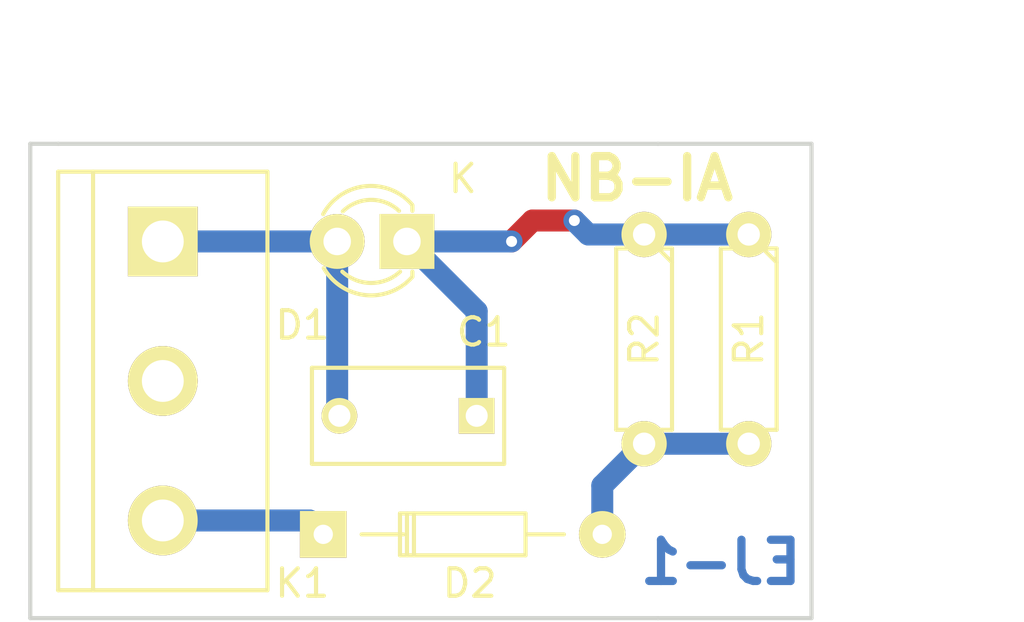
<source format=kicad_pcb>
(kicad_pcb (version 20221018) (generator pcbnew)
  (title_block (title "Circuito Inicial") (date "2016-04-23") (rev ".01") (company "UNLaM") (comment 1 "Aranovich") (comment 2 "Beninato"))
  (layers (0 "F.Cu" signal) (31 "B.Cu" signal) (34 "B.Paste" user) (35 "F.Paste" user) (36 "B.SilkS" user "B.Silkscreen") (37 "F.SilkS" user "F.Silkscreen") (38 "B.Mask" user) (39 "F.Mask" user) (44 "Edge.Cuts" user))
  (net 0 "")
  (net 1 "Net-(C1-Pad1)")
  (net 2 "Net-(C1-Pad2)")
  (net 3 "Net-(D2-Pad2)")
  (net 4 "Net-(D2-Pad1)")
  (net 5 "Net-(K1-Pad2)")
  (footprint "footprints_ej1:C_Rect_L7_W3.5_P5" (layer "F.Cu") (at 148.59 102.362 180)
    (fp_text reference "C1" (at -0.254 3.048 180) (layer "F.SilkS"))
    (fp_text value "100 nF")
    (fp_line (start -1 -1.75) (end 6 -1.75) (stroke (width 0.15)) (layer "F.SilkS"))
    (fp_line (start -1 1.75) (end -1 -1.75) (stroke (width 0.15)) (layer "F.SilkS"))
    (fp_line (start 6 -1.75) (end 6 1.75) (stroke (width 0.15)) (layer "F.SilkS"))
    (fp_line (start 6 1.75) (end -1 1.75) (stroke (width 0.15)) (layer "F.SilkS"))
    (pad "1" thru_hole rect (at 0 0 180) (size 1.3 1.3) (drill 0.8) (layers "*.Cu" "*.Mask" "F.SilkS") (net 1 "Net-(C1-Pad1)"))
    (pad "2" thru_hole circle (at 5 0 180) (size 1.3 1.3) (drill 0.8) (layers "*.Cu" "*.Mask" "F.SilkS") (net 2 "Net-(C1-Pad2)"))
  )
  (footprint "footprints_ej1:LED-3MM" (layer "F.Cu") (at 146.05 96.012 180)
    (fp_text reference "D1" (at 3.81 -3.048 180) (layer "F.SilkS"))
    (fp_text value "LED ROJO")
    (fp_text user "K" (at -2.032 2.286) (layer "F.SilkS"))
    (fp_line (start -0.199 -1.28) (end -0.199 -1.1) (stroke (width 0.15)) (layer "F.SilkS"))
    (fp_line (start -0.199 1.314) (end -0.199 1.114) (stroke (width 0.15)) (layer "F.SilkS"))
    (fp_arc (start -0.199 -1.286) (mid 1.495903 -1.954571) (end 3.028744 -0.969643) (stroke (width 0.15)) (layer "F.SilkS"))
    (fp_arc (start 0.25 -1.1) (mid 1.301686 -1.512142) (end 2.353005 -1.099067) (stroke (width 0.15)) (layer "F.SilkS"))
    (fp_arc (start 2.335 1.094) (mid 1.31492 1.51473) (end 0.287111 1.113252) (stroke (width 0.15)) (layer "F.SilkS"))
    (fp_arc (start 3.051 0.994) (mid 1.522637 2.009958) (end -0.18622 1.340726) (stroke (width 0.15)) (layer "F.SilkS"))
    (pad "1" thru_hole rect (at 0 0 270) (size 2 2) (drill 1.00076) (layers "*.Cu" "*.Mask" "F.SilkS") (net 1 "Net-(C1-Pad1)"))
    (pad "2" thru_hole circle (at 2.54 0 180) (size 2 2) (drill 1.00076) (layers "*.Cu" "*.Mask" "F.SilkS") (net 2 "Net-(C1-Pad2)"))
  )
  (footprint "footprints_ej1:Diode_DO-35_SOD27_Horizontal_RM10" (layer "F.Cu") (at 143.002 106.68)
    (fp_text reference "D2" (at 5.334 1.778) (layer "F.SilkS"))
    (fp_text value "1N4148")
    (fp_line (start 2.79452 -0.76454) (end 2.79452 -0.00254) (stroke (width 0.15)) (layer "F.SilkS"))
    (fp_line (start 2.79452 -0.00254) (end 2.79452 0.75946) (stroke (width 0.15)) (layer "F.SilkS"))
    (fp_line (start 2.79452 0.75946) (end 7.36652 0.75946) (stroke (width 0.15)) (layer "F.SilkS"))
    (fp_line (start 2.92152 -0.00254) (end 1.39752 -0.00254) (stroke (width 0.15)) (layer "F.SilkS"))
    (fp_line (start 3.04852 -0.76454) (end 3.04852 0.75946) (stroke (width 0.15)) (layer "F.SilkS"))
    (fp_line (start 3.30252 -0.76454) (end 3.30252 0.75946) (stroke (width 0.15)) (layer "F.SilkS"))
    (fp_line (start 7.36652 -0.76454) (end 2.79452 -0.76454) (stroke (width 0.15)) (layer "F.SilkS"))
    (fp_line (start 7.36652 -0.00254) (end 8.76352 -0.00254) (stroke (width 0.15)) (layer "F.SilkS"))
    (fp_line (start 7.36652 0.75946) (end 7.36652 -0.76454) (stroke (width 0.15)) (layer "F.SilkS"))
    (pad "1" thru_hole rect (at 0.00052 -0.00254 180) (size 1.69926 1.69926) (drill 0.70104) (layers "*.Cu" "*.Mask" "F.SilkS") (net 4 "Net-(D2-Pad1)"))
    (pad "2" thru_hole circle (at 10.16052 -0.00254 180) (size 1.69926 1.69926) (drill 0.70104) (layers "*.Cu" "*.Mask" "F.SilkS") (net 3 "Net-(D2-Pad2)"))
  )
  (footprint "footprints_ej1:bornier3" (layer "F.Cu") (at 137.16 101.092 -90)
    (fp_text reference "K1" (at 7.366 -5.08) (layer "F.SilkS"))
    (fp_text value "CONN_01X03")
    (fp_line (start -7.62 -3.81) (end 7.62 -3.81) (stroke (width 0.15)) (layer "F.SilkS"))
    (fp_line (start -7.62 2.54) (end 7.62 2.54) (stroke (width 0.15)) (layer "F.SilkS"))
    (fp_line (start -7.62 3.81) (end -7.62 -3.81) (stroke (width 0.15)) (layer "F.SilkS"))
    (fp_line (start -7.62 3.81) (end 7.62 3.81) (stroke (width 0.15)) (layer "F.SilkS"))
    (fp_line (start 7.62 3.81) (end 7.62 -3.81) (stroke (width 0.15)) (layer "F.SilkS"))
    (pad "1" thru_hole rect (at -5.08 0 270) (size 2.54 2.54) (drill 1.524) (layers "*.Cu" "*.Mask" "F.SilkS") (net 2 "Net-(C1-Pad2)"))
    (pad "2" thru_hole circle (at 0 0 270) (size 2.54 2.54) (drill 1.524) (layers "*.Cu" "*.Mask" "F.SilkS") (net 5 "Net-(K1-Pad2)"))
    (pad "3" thru_hole circle (at 5.08 0 270) (size 2.54 2.54) (drill 1.524) (layers "*.Cu" "*.Mask" "F.SilkS") (net 4 "Net-(D2-Pad1)"))
  )
  (footprint "footprints_ej1:R3-LARGE_PADS" (layer "F.Cu") (at 158.496 99.568 -90)
    (fp_text reference "R1" (at 0 0 90) (layer "F.SilkS"))
    (fp_text value "100K")
    (fp_line (start -3.81 0) (end -3.302 0) (stroke (width 0.15)) (layer "F.SilkS"))
    (fp_line (start -3.302 -1.016) (end -3.302 1.016) (stroke (width 0.15)) (layer "F.SilkS"))
    (fp_line (start -3.302 -0.508) (end -2.794 -1.016) (stroke (width 0.15)) (layer "F.SilkS"))
    (fp_line (start -3.302 1.016) (end 3.302 1.016) (stroke (width 0.15)) (layer "F.SilkS"))
    (fp_line (start 3.302 -1.016) (end -3.302 -1.016) (stroke (width 0.15)) (layer "F.SilkS"))
    (fp_line (start 3.302 0) (end 3.302 -1.016) (stroke (width 0.15)) (layer "F.SilkS"))
    (fp_line (start 3.302 1.016) (end 3.302 0) (stroke (width 0.15)) (layer "F.SilkS"))
    (fp_line (start 3.81 0) (end 3.302 0) (stroke (width 0.15)) (layer "F.SilkS"))
    (pad "1" thru_hole circle (at -3.81 0 270) (size 1.651 1.651) (drill 0.8128) (layers "*.Cu" "*.Mask" "F.SilkS") (net 1 "Net-(C1-Pad1)"))
    (pad "2" thru_hole circle (at 3.81 0 270) (size 1.651 1.651) (drill 0.8128) (layers "*.Cu" "*.Mask" "F.SilkS") (net 3 "Net-(D2-Pad2)"))
  )
  (footprint "footprints_ej1:R3-LARGE_PADS" (layer "F.Cu") (at 154.686 99.568 -90)
    (fp_text reference "R2" (at 0 0 270) (layer "F.SilkS"))
    (fp_text value "100K")
    (fp_line (start -3.81 0) (end -3.302 0) (stroke (width 0.15)) (layer "F.SilkS"))
    (fp_line (start -3.302 -1.016) (end -3.302 1.016) (stroke (width 0.15)) (layer "F.SilkS"))
    (fp_line (start -3.302 -0.508) (end -2.794 -1.016) (stroke (width 0.15)) (layer "F.SilkS"))
    (fp_line (start -3.302 1.016) (end 3.302 1.016) (stroke (width 0.15)) (layer "F.SilkS"))
    (fp_line (start 3.302 -1.016) (end -3.302 -1.016) (stroke (width 0.15)) (layer "F.SilkS"))
    (fp_line (start 3.302 0) (end 3.302 -1.016) (stroke (width 0.15)) (layer "F.SilkS"))
    (fp_line (start 3.302 1.016) (end 3.302 0) (stroke (width 0.15)) (layer "F.SilkS"))
    (fp_line (start 3.81 0) (end 3.302 0) (stroke (width 0.15)) (layer "F.SilkS"))
    (pad "1" thru_hole circle (at -3.81 0 270) (size 1.651 1.651) (drill 0.8128) (layers "*.Cu" "*.Mask" "F.SilkS") (net 1 "Net-(C1-Pad1)"))
    (pad "2" thru_hole circle (at 3.81 0 270) (size 1.651 1.651) (drill 0.8128) (layers "*.Cu" "*.Mask" "F.SilkS") (net 3 "Net-(D2-Pad2)"))
  )
  (gr_line (start 132.334 109.728) (end 132.334 92.456) (stroke (width 0.15)) (layer "Edge.Cuts"))
  (gr_line (start 132.334 92.456) (end 133.35 92.456) (stroke (width 0.15)) (layer "Edge.Cuts"))
  (gr_line (start 160.782 92.456) (end 155.194 92.456) (stroke (width 0.15)) (layer "Edge.Cuts"))
  (gr_line (start 155.194 109.728) (end 160.782 109.728) (stroke (width 0.15)) (layer "Edge.Cuts"))
  (gr_line (start 160.782 109.728) (end 160.782 92.456) (stroke (width 0.15)) (layer "Edge.Cuts"))
  (gr_line (start 133.35 92.456) (end 155.194 92.456) (stroke (width 0.15)) (layer "Edge.Cuts"))
  (gr_line (start 155.194 109.728) (end 132.334 109.728) (stroke (width 0.15)) (layer "Edge.Cuts"))
  (gr_text "EJ-1" (at 157.48 107.696) (layer "B.Cu") (effects (font (size 1.5 1.5) (thickness 0.3)) (justify mirror)))
  (gr_text "NB-IA" (at 154.432 93.726) (layer "F.SilkS") (effects (font (size 1.5 1.5) (thickness 0.3))))
  (segment (start 149.86 96.012) (end 150.622 95.25) (width 0.8) (layer "F.Cu") (net 1))
  (segment (start 150.622 95.25) (end 152.146 95.25) (width 0.8) (layer "F.Cu") (net 1))
  (via (at 149.86 96.012) (size 0.6) (drill 0.4) (layers "F.Cu" "B.Cu") (net 1))
  (via (at 152.146 95.25) (size 0.6) (drill 0.4) (layers "F.Cu" "B.Cu") (net 1))
  (segment (start 148.59 98.552) (end 146.05 96.012) (width 0.8) (layer "B.Cu") (net 1))
  (segment (start 154.432 96.012) (end 154.686 95.758) (width 0.25) (layer "B.Cu") (net 1))
  (segment (start 152.146 95.25) (end 152.654 95.758) (width 0.8) (layer "B.Cu") (net 1))
  (segment (start 152.654 95.758) (end 158.496 95.758) (width 0.8) (layer "B.Cu") (net 1))
  (segment (start 148.59 102.362) (end 148.59 98.552) (width 0.8) (layer "B.Cu") (net 1))
  (segment (start 146.05 96.012) (end 149.86 96.012) (width 0.8) (layer "B.Cu") (net 1))
  (segment (start 143.51 96.012) (end 143.59 96.092) (width 0.8) (layer "B.Cu") (net 2))
  (segment (start 143.59 102.362) (end 143.51 102.282) (width 0.8) (layer "B.Cu") (net 2))
  (segment (start 143.51 102.282) (end 143.59 102.362) (width 0.8) (layer "B.Cu") (net 2))
  (segment (start 137.16 96.012) (end 143.51 96.012) (width 0.8) (layer "B.Cu") (net 2))
  (segment (start 143.51 96.012) (end 143.51 102.282) (width 0.8) (layer "B.Cu") (net 2))
  (segment (start 153.162 106.67694) (end 153.16252 106.67746) (width 0.8) (layer "B.Cu") (net 3))
  (segment (start 154.686 103.378) (end 153.16252 104.90148) (width 0.8) (layer "B.Cu") (net 3))
  (segment (start 153.16252 104.90148) (end 153.16252 106.67746) (width 0.8) (layer "B.Cu") (net 3))
  (segment (start 158.496 103.378) (end 154.686 103.378) (width 0.8) (layer "B.Cu") (net 3))
  (segment (start 142.49706 106.172) (end 143.00252 106.67746) (width 0.8) (layer "B.Cu") (net 4))
  (segment (start 137.16 106.172) (end 142.49706 106.172) (width 0.8) (layer "B.Cu") (net 4))
)
</source>
